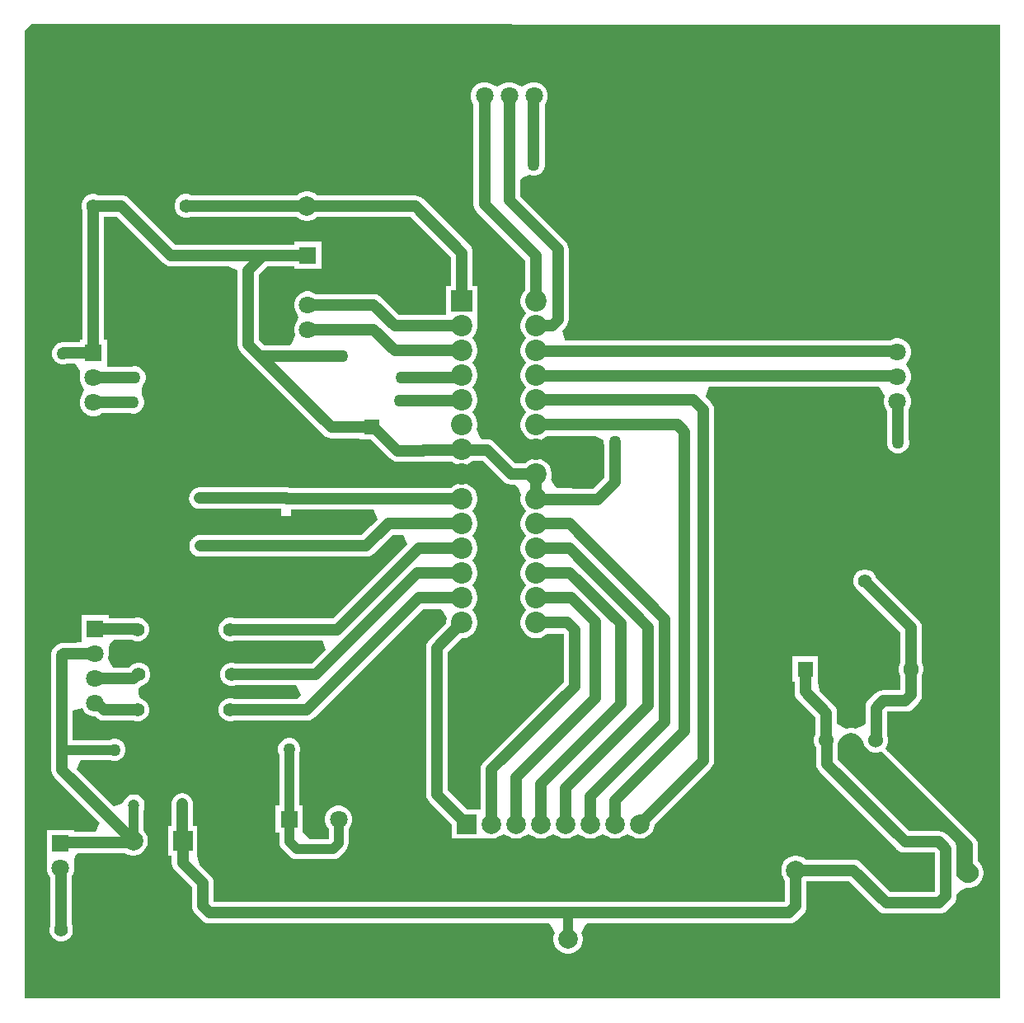
<source format=gtl>
G04*
G04 #@! TF.GenerationSoftware,Altium Limited,Altium Designer,24.7.2 (38)*
G04*
G04 Layer_Physical_Order=1*
G04 Layer_Color=255*
%FSLAX44Y44*%
%MOMM*%
G71*
G04*
G04 #@! TF.SameCoordinates,1EDC3C93-3594-418F-BBEB-7D1DC09533BD*
G04*
G04*
G04 #@! TF.FilePolarity,Positive*
G04*
G01*
G75*
%ADD27C,1.6000*%
%ADD28R,1.6000X1.6000*%
%ADD31C,1.0000*%
%ADD32C,1.2000*%
%ADD33C,1.5240*%
%ADD34C,2.2000*%
%ADD35C,2.0000*%
%ADD36C,1.4000*%
%ADD37C,1.8000*%
%ADD38R,1.8000X1.8000*%
%ADD39R,2.2000X2.2000*%
%ADD40C,1.2000*%
%ADD41R,1.2000X1.2000*%
%ADD42C,1.2000*%
%ADD43R,2.0000X2.0000*%
%ADD44R,1.8000X1.8000*%
%ADD45R,1.2000X1.2000*%
%ADD46R,1.5240X1.5240*%
%ADD47R,1.2000X1.2000*%
%ADD48C,1.2700*%
G36*
X1002030Y1000506D02*
Y0D01*
X0D01*
Y993688D01*
X7072Y1000758D01*
X1002030Y1000506D01*
D02*
G37*
%LPC*%
G36*
X525083Y941100D02*
X521397D01*
X517836Y940146D01*
X514644Y938303D01*
X510540Y936393D01*
X506436Y938303D01*
X503244Y940146D01*
X499683Y941100D01*
X495997D01*
X492436Y940146D01*
X489244Y938303D01*
X485140Y936393D01*
X481036Y938303D01*
X477844Y940146D01*
X474283Y941100D01*
X470597D01*
X467036Y940146D01*
X463844Y938303D01*
X461237Y935696D01*
X459394Y932504D01*
X458440Y928943D01*
Y925257D01*
X459394Y921696D01*
X461237Y918504D01*
X461345Y918396D01*
Y815948D01*
X461723Y813076D01*
X462831Y810400D01*
X464595Y808102D01*
X514431Y758266D01*
Y727812D01*
X513098Y726479D01*
X511347Y723859D01*
X510141Y720947D01*
X509526Y717856D01*
Y714704D01*
X510141Y711613D01*
X511347Y708701D01*
X513098Y706081D01*
X515108Y703580D01*
X513098Y701079D01*
X511347Y698459D01*
X510141Y695547D01*
X509526Y692456D01*
Y689304D01*
X510141Y686213D01*
X511347Y683301D01*
X513098Y680681D01*
X515108Y678180D01*
X513098Y675679D01*
X511347Y673059D01*
X510141Y670147D01*
X509526Y667056D01*
Y663904D01*
X510141Y660813D01*
X511347Y657901D01*
X513098Y655281D01*
X515108Y652780D01*
X513098Y650279D01*
X511347Y647659D01*
X510141Y644747D01*
X509526Y641656D01*
Y638504D01*
X510141Y635413D01*
X511347Y632501D01*
X513098Y629881D01*
X515108Y627380D01*
X513098Y624879D01*
X511347Y622259D01*
X510141Y619347D01*
X509526Y616256D01*
Y613104D01*
X510141Y610013D01*
X511347Y607101D01*
X513098Y604481D01*
X515108Y601980D01*
X513098Y599479D01*
X511347Y596859D01*
X510141Y593947D01*
X509526Y590856D01*
Y587704D01*
X510141Y584613D01*
X511347Y581701D01*
X513098Y579081D01*
X515327Y576852D01*
X517947Y575101D01*
X520859Y573895D01*
X523950Y573280D01*
X527102D01*
X530193Y573895D01*
X533105Y575101D01*
X535725Y576852D01*
X537058Y578185D01*
X585871D01*
X594948Y573424D01*
Y570436D01*
X595203Y569484D01*
Y534948D01*
X583794Y523538D01*
X564910D01*
X564593Y523670D01*
X561721Y524048D01*
X547153D01*
X544814Y526200D01*
X540915Y533806D01*
X540958Y534048D01*
X541526Y536904D01*
Y540056D01*
X540911Y543147D01*
X539705Y546059D01*
X537954Y548679D01*
X535725Y550908D01*
X533105Y552659D01*
X530193Y553865D01*
X527102Y554480D01*
X523950D01*
X520859Y553865D01*
X517947Y552659D01*
X515327Y550908D01*
X514594Y550175D01*
X504122D01*
X483171Y571125D01*
X480873Y572888D01*
X478198Y573997D01*
X475326Y574375D01*
X470637D01*
X467981Y577104D01*
X464613Y584375D01*
X464711Y584613D01*
X465326Y587704D01*
Y590856D01*
X464711Y593947D01*
X463505Y596859D01*
X461754Y599479D01*
X459744Y601980D01*
X461754Y604481D01*
X463505Y607101D01*
X464711Y610013D01*
X465326Y613104D01*
Y616256D01*
X464711Y619347D01*
X463505Y622259D01*
X461754Y624879D01*
X459744Y627380D01*
X461754Y629881D01*
X463505Y632501D01*
X464711Y635413D01*
X465326Y638504D01*
Y641656D01*
X464711Y644747D01*
X463505Y647659D01*
X461754Y650279D01*
X459744Y652780D01*
X461754Y655281D01*
X463505Y657901D01*
X464711Y660813D01*
X465326Y663904D01*
Y667056D01*
X464711Y670147D01*
X463505Y673059D01*
X461754Y675679D01*
X459744Y678180D01*
X461754Y680681D01*
X463505Y683301D01*
X464711Y686213D01*
X465326Y689304D01*
X465326Y700280D01*
X465326D01*
Y732280D01*
X460421D01*
Y766064D01*
X460043Y768936D01*
X458935Y771611D01*
X457171Y773909D01*
X409381Y821699D01*
X407084Y823463D01*
X404408Y824571D01*
X401536Y824949D01*
X300440D01*
X299884Y825505D01*
X297427Y827147D01*
X294697Y828278D01*
X291799Y828854D01*
X288845D01*
X285947Y828278D01*
X283217Y827147D01*
X280760Y825505D01*
X280439Y825184D01*
X171302D01*
X170744Y825506D01*
X167692Y826324D01*
X164532D01*
X161480Y825506D01*
X158744Y823926D01*
X156510Y821692D01*
X154930Y818956D01*
X154112Y815904D01*
Y812744D01*
X154930Y809692D01*
X156510Y806956D01*
X158744Y804722D01*
X161480Y803142D01*
X164532Y802324D01*
X167692D01*
X170193Y802994D01*
X279969D01*
X280760Y802203D01*
X283217Y800561D01*
X285947Y799430D01*
X288845Y798854D01*
X291799D01*
X294697Y799430D01*
X297427Y800561D01*
X299884Y802203D01*
X300440Y802759D01*
X396940D01*
X438231Y761468D01*
Y732280D01*
X433326D01*
Y701975D01*
X384927D01*
X366587Y720315D01*
X364289Y722078D01*
X361613Y723187D01*
X358742Y723565D01*
X299534D01*
X299426Y723673D01*
X296234Y725516D01*
X292673Y726470D01*
X288987D01*
X285426Y725516D01*
X282234Y723673D01*
X279627Y721066D01*
X277784Y717874D01*
X276830Y714313D01*
Y710627D01*
X277784Y707066D01*
X279627Y703874D01*
X281537Y699770D01*
X279627Y695666D01*
X277784Y692474D01*
X276830Y688913D01*
Y685227D01*
X277784Y681666D01*
X278030Y681241D01*
X274768Y673387D01*
X272718Y671241D01*
X246404D01*
X241219Y676426D01*
Y743688D01*
X249706Y752175D01*
X276830D01*
Y749270D01*
X304830D01*
Y777270D01*
X276830D01*
Y774365D01*
X154964D01*
X107159Y822169D01*
X104861Y823932D01*
X102186Y825041D01*
X99314Y825419D01*
X75395D01*
X75244Y825506D01*
X72192Y826324D01*
X69032D01*
X65980Y825506D01*
X63244Y823926D01*
X61010Y821692D01*
X59430Y818956D01*
X58612Y815904D01*
Y812744D01*
X59430Y809692D01*
X59771Y809101D01*
Y677194D01*
X56866D01*
Y674289D01*
X40321D01*
X38400Y674036D01*
X38130D01*
X37868Y673966D01*
X37450Y673911D01*
X37060Y673749D01*
X35243Y673262D01*
X32655Y671768D01*
X30542Y669655D01*
X29048Y667067D01*
X28274Y664180D01*
Y661192D01*
X29048Y658305D01*
X30542Y655717D01*
X32655Y653604D01*
X35243Y652110D01*
X38130Y651336D01*
X41118D01*
X43966Y652099D01*
X51927D01*
X56866Y644639D01*
Y635951D01*
X57820Y632390D01*
X61512Y625094D01*
X57820Y617798D01*
X56866Y614237D01*
Y610551D01*
X57820Y606990D01*
X59663Y603798D01*
X62270Y601191D01*
X65462Y599348D01*
X69023Y598394D01*
X72709D01*
X76270Y599348D01*
X79462Y601191D01*
X79570Y601299D01*
X109060D01*
X110012Y601044D01*
X113000D01*
X115887Y601818D01*
X118475Y603312D01*
X120588Y605425D01*
X122083Y608013D01*
X122856Y610900D01*
Y613888D01*
X122083Y616775D01*
X121028Y618602D01*
X120565Y619736D01*
X120178Y626050D01*
X122014Y630980D01*
X122112Y631079D01*
X123607Y633667D01*
X124380Y636554D01*
Y639542D01*
X123607Y642429D01*
X122112Y645017D01*
X119999Y647130D01*
X117411Y648624D01*
X114524Y649398D01*
X111536D01*
X110110Y649016D01*
X94792D01*
X84866Y649194D01*
Y677194D01*
X81961D01*
Y803229D01*
X94718D01*
X142523Y755425D01*
X144820Y753661D01*
X147496Y752553D01*
X150368Y752175D01*
X209455D01*
X219029Y748284D01*
Y671830D01*
X219407Y668958D01*
X220515Y666283D01*
X222279Y663985D01*
X235741Y650523D01*
X307407Y578857D01*
X309704Y577094D01*
X312380Y575985D01*
X315252Y575607D01*
X344250D01*
Y574082D01*
X356085D01*
X375403Y554765D01*
X377701Y553002D01*
X380376Y551893D01*
X383248Y551515D01*
X409702D01*
X410423Y551610D01*
X411150D01*
X411852Y551798D01*
X412574Y551893D01*
X412585Y551898D01*
X438681D01*
X439127Y551452D01*
X441747Y549701D01*
X444659Y548495D01*
X447750Y547880D01*
X450902D01*
X453993Y548495D01*
X456905Y549701D01*
X459525Y551452D01*
X460258Y552185D01*
X470730D01*
X491681Y531235D01*
X493979Y529472D01*
X496654Y528363D01*
X499526Y527985D01*
X504215D01*
X506871Y525257D01*
X510239Y517985D01*
X510141Y517747D01*
X509526Y514656D01*
Y511504D01*
X510141Y508413D01*
X511347Y505501D01*
X513098Y502881D01*
X515108Y500380D01*
X513098Y497879D01*
X511347Y495259D01*
X510141Y492347D01*
X509526Y489256D01*
Y486104D01*
X510141Y483013D01*
X511347Y480101D01*
X513098Y477481D01*
X515108Y474980D01*
X513098Y472479D01*
X511347Y469859D01*
X510141Y466947D01*
X509526Y463856D01*
Y460704D01*
X510141Y457613D01*
X511347Y454701D01*
X513098Y452081D01*
X515108Y449580D01*
X513098Y447079D01*
X511347Y444459D01*
X510141Y441547D01*
X509526Y438456D01*
Y435304D01*
X510141Y432213D01*
X511347Y429301D01*
X513098Y426681D01*
X515108Y424180D01*
X513098Y421679D01*
X511347Y419059D01*
X510141Y416147D01*
X509526Y413056D01*
Y409904D01*
X510141Y406813D01*
X511347Y403901D01*
X513098Y401281D01*
X515108Y398780D01*
X513098Y396279D01*
X511347Y393659D01*
X510141Y390747D01*
X509526Y387656D01*
Y384504D01*
X510141Y381413D01*
X511347Y378501D01*
X513098Y375881D01*
X515327Y373652D01*
X517947Y371901D01*
X520859Y370695D01*
X523950Y370080D01*
X527102D01*
X530193Y370695D01*
X533105Y371901D01*
X535725Y373652D01*
X537058Y374985D01*
X553271D01*
X553801Y374455D01*
Y325398D01*
X471707Y243303D01*
X469944Y241005D01*
X468835Y238330D01*
X468457Y235458D01*
Y194324D01*
X454842D01*
X434767Y214400D01*
Y355830D01*
X449017Y370080D01*
X450902D01*
X453993Y370695D01*
X456905Y371901D01*
X459525Y373652D01*
X461754Y375881D01*
X463505Y378501D01*
X464711Y381413D01*
X465326Y384504D01*
Y387656D01*
X464711Y390747D01*
X463505Y393659D01*
X461754Y396279D01*
X459744Y398780D01*
X461754Y401281D01*
X463505Y403901D01*
X464711Y406813D01*
X465326Y409904D01*
Y413056D01*
X464711Y416147D01*
X463505Y419059D01*
X461754Y421679D01*
X459744Y424180D01*
X461754Y426681D01*
X463505Y429301D01*
X464711Y432213D01*
X465326Y435304D01*
Y438456D01*
X464711Y441547D01*
X463505Y444459D01*
X461754Y447079D01*
X459744Y449580D01*
X461754Y452081D01*
X463505Y454701D01*
X464711Y457613D01*
X465326Y460704D01*
Y463856D01*
X464711Y466947D01*
X463505Y469859D01*
X461754Y472479D01*
X459744Y474980D01*
X461754Y477481D01*
X463505Y480101D01*
X464711Y483013D01*
X465326Y486104D01*
Y489256D01*
X464711Y492347D01*
X463505Y495259D01*
X461754Y497879D01*
X459744Y500380D01*
X461754Y502881D01*
X463505Y505501D01*
X464711Y508413D01*
X465326Y511504D01*
Y514656D01*
X464711Y517747D01*
X463505Y520659D01*
X461754Y523279D01*
X459525Y525508D01*
X456905Y527259D01*
X453993Y528465D01*
X450902Y529080D01*
X447750D01*
X444659Y528465D01*
X441747Y527259D01*
X439127Y525508D01*
X438405Y524786D01*
X271884D01*
X271847Y524802D01*
X271066Y524905D01*
X270434Y525074D01*
X269779D01*
X268975Y525180D01*
X180245D01*
X180162Y525191D01*
X179441Y525096D01*
X178714D01*
X178011Y524908D01*
X177290Y524813D01*
X176618Y524534D01*
X175916Y524346D01*
X175286Y523983D01*
X174615Y523704D01*
X174038Y523262D01*
X173408Y522898D01*
X172894Y522384D01*
X172317Y521941D01*
X171874Y521364D01*
X171360Y520850D01*
X170996Y520220D01*
X170553Y519643D01*
X170275Y518972D01*
X169912Y518342D01*
X169723Y517640D01*
X169445Y516968D01*
X169350Y516246D01*
X169162Y515544D01*
Y514817D01*
X169067Y514096D01*
X169162Y513375D01*
Y512648D01*
X169350Y511945D01*
X169445Y511224D01*
X169723Y510552D01*
X169912Y509850D01*
X170275Y509220D01*
X170553Y508549D01*
X170996Y507972D01*
X171360Y507342D01*
X171874Y506828D01*
X172317Y506251D01*
X172328Y506240D01*
X172905Y505797D01*
X173408Y505294D01*
X174024Y504938D01*
X174625Y504477D01*
X175326Y504186D01*
X175916Y503846D01*
X176575Y503669D01*
X177301Y503368D01*
X178081Y503265D01*
X178714Y503096D01*
X179368D01*
X180173Y502990D01*
X263986D01*
Y495634D01*
X273986D01*
Y502597D01*
X358718D01*
X362860Y492596D01*
X355821Y485558D01*
X355257Y485125D01*
X346174Y476042D01*
X279986D01*
Y476074D01*
X269707D01*
X268986Y476169D01*
X180594D01*
X177722Y475791D01*
X175047Y474683D01*
X173904Y473806D01*
X173586Y473622D01*
X173326Y473362D01*
X172749Y472919D01*
X172306Y472342D01*
X171538Y471574D01*
X170995Y470633D01*
X170986Y470621D01*
X170980Y470608D01*
X170090Y469066D01*
X169340Y466268D01*
Y463372D01*
X170090Y460574D01*
X171538Y458066D01*
X173586Y456018D01*
X176094Y454570D01*
X178892Y453820D01*
X181788D01*
X182382Y453979D01*
X267894D01*
X268859Y453852D01*
X350770D01*
X353641Y454230D01*
X356317Y455339D01*
X358615Y457102D01*
X370515Y469002D01*
X371079Y469435D01*
X378230Y476585D01*
X389183D01*
X393325Y466585D01*
X317057Y390317D01*
X216361D01*
X216210Y390404D01*
X213158Y391222D01*
X209998D01*
X206946Y390404D01*
X204210Y388824D01*
X201976Y386590D01*
X200396Y383854D01*
X199578Y380802D01*
Y377642D01*
X200396Y374590D01*
X201976Y371854D01*
X204210Y369620D01*
X206946Y368040D01*
X209998Y367222D01*
X213158D01*
X216210Y368040D01*
X216361Y368127D01*
X305843D01*
X309670Y358888D01*
X294870Y344089D01*
X217631D01*
X217480Y344176D01*
X214428Y344994D01*
X211268D01*
X208216Y344176D01*
X205480Y342596D01*
X203246Y340362D01*
X201666Y337626D01*
X200848Y334574D01*
Y331414D01*
X201666Y328362D01*
X203246Y325626D01*
X205480Y323392D01*
X208216Y321812D01*
X211268Y320994D01*
X214428D01*
X217480Y321812D01*
X217631Y321899D01*
X279018D01*
X284021Y311899D01*
X280925Y307767D01*
X216361D01*
X216210Y307854D01*
X213158Y308672D01*
X209998D01*
X206946Y307854D01*
X204210Y306274D01*
X201976Y304040D01*
X200396Y301304D01*
X199578Y298252D01*
Y295092D01*
X200396Y292040D01*
X201976Y289304D01*
X204210Y287070D01*
X206946Y285490D01*
X209998Y284672D01*
X213158D01*
X216210Y285490D01*
X216361Y285577D01*
X290322D01*
X293194Y285955D01*
X295870Y287064D01*
X298167Y288827D01*
X409726Y400385D01*
X427614D01*
X429890Y398353D01*
X433917Y390793D01*
X433869Y390385D01*
X433326Y387656D01*
Y385771D01*
X415827Y368271D01*
X414063Y365974D01*
X412955Y363298D01*
X412577Y360426D01*
Y209804D01*
X412955Y206932D01*
X414063Y204256D01*
X415827Y201959D01*
X439152Y178633D01*
Y164324D01*
X469152D01*
X469152Y164324D01*
X481029Y164324D01*
X483927Y164900D01*
X486657Y166031D01*
X492252Y169173D01*
X497847Y166031D01*
X500577Y164900D01*
X503475Y164324D01*
X506429D01*
X509327Y164900D01*
X512057Y166031D01*
X517652Y169173D01*
X523247Y166031D01*
X525977Y164900D01*
X528875Y164324D01*
X531829D01*
X534727Y164900D01*
X537457Y166031D01*
X543052Y169173D01*
X548647Y166031D01*
X551377Y164900D01*
X554275Y164324D01*
X557229D01*
X560127Y164900D01*
X562857Y166031D01*
X568452Y169173D01*
X574047Y166031D01*
X576777Y164900D01*
X579675Y164324D01*
X582629D01*
X585527Y164900D01*
X588257Y166031D01*
X593852Y169173D01*
X599447Y166031D01*
X602177Y164900D01*
X605075Y164324D01*
X608029D01*
X610927Y164900D01*
X613657Y166031D01*
X619252Y169173D01*
X624847Y166031D01*
X627577Y164900D01*
X630475Y164324D01*
X633429D01*
X636327Y164900D01*
X639057Y166031D01*
X641514Y167673D01*
X643603Y169762D01*
X645245Y172219D01*
X646376Y174949D01*
X646952Y177847D01*
Y178633D01*
X705089Y236771D01*
X706852Y239069D01*
X707961Y241744D01*
X708339Y244616D01*
Y604744D01*
X707961Y607616D01*
X706852Y610292D01*
X705089Y612589D01*
X699329Y618350D01*
X703471Y628350D01*
X877791D01*
X878645Y627616D01*
X883289Y618873D01*
X883196Y618350D01*
X882366Y615253D01*
Y611567D01*
X883320Y608006D01*
X885163Y604814D01*
X885652Y604325D01*
Y571627D01*
X885778Y570671D01*
Y569752D01*
X886016Y568864D01*
X886030Y568755D01*
X886072Y568654D01*
X886552Y566865D01*
X888046Y564277D01*
X890159Y562164D01*
X892747Y560670D01*
X895634Y559896D01*
X898622D01*
X901509Y560670D01*
X904097Y562164D01*
X906210Y564277D01*
X907704Y566865D01*
X908478Y569752D01*
Y572740D01*
X907842Y575114D01*
Y605287D01*
X909412Y608006D01*
X910366Y611567D01*
Y615253D01*
X909412Y618814D01*
X907569Y622006D01*
X905659Y626110D01*
X907569Y630214D01*
X909412Y633406D01*
X910366Y636967D01*
Y640653D01*
X909412Y644214D01*
X907569Y647406D01*
X905659Y651510D01*
X907569Y655614D01*
X909412Y658806D01*
X910366Y662367D01*
Y666053D01*
X909412Y669614D01*
X907569Y672806D01*
X904962Y675413D01*
X901770Y677256D01*
X898209Y678210D01*
X894523D01*
X890962Y677256D01*
X888683Y675940D01*
X556144D01*
X555311Y676949D01*
X552263Y685940D01*
X555723Y689401D01*
X557486Y691698D01*
X558595Y694374D01*
X558973Y697246D01*
Y769620D01*
X558595Y772492D01*
X557486Y775167D01*
X555723Y777465D01*
X508935Y824254D01*
Y840346D01*
X511010Y842414D01*
X518605Y845911D01*
X521492Y845138D01*
X524480D01*
X527367Y845911D01*
X529955Y847406D01*
X532068Y849519D01*
X533563Y852107D01*
X534336Y854994D01*
Y857982D01*
X534208Y858460D01*
Y918269D01*
X534443Y918504D01*
X536286Y921696D01*
X537240Y925257D01*
Y928943D01*
X536286Y932504D01*
X534443Y935696D01*
X531836Y938303D01*
X528644Y940146D01*
X525083Y941100D01*
D02*
G37*
G36*
X86390Y393730D02*
X58390D01*
Y365730D01*
X48516Y365425D01*
X40101D01*
X37229Y365047D01*
X34553Y363938D01*
X32713Y362527D01*
X31608Y361888D01*
X29494Y359775D01*
X28000Y357187D01*
X27227Y354300D01*
Y351312D01*
X27482Y350360D01*
Y256540D01*
Y235235D01*
X27860Y232364D01*
X28968Y229688D01*
X30731Y227390D01*
X77133Y180989D01*
X73306Y171750D01*
X51084D01*
Y173258D01*
X23084D01*
Y145258D01*
X23084D01*
X23084Y135701D01*
X23084Y135258D01*
Y132015D01*
X24038Y128454D01*
X25881Y125262D01*
X26372Y124771D01*
Y74394D01*
X25850Y72446D01*
Y69286D01*
X26668Y66234D01*
X28248Y63498D01*
X30482Y61264D01*
X33218Y59684D01*
X36270Y58866D01*
X39430D01*
X42482Y59684D01*
X45218Y61264D01*
X47452Y63498D01*
X49032Y66234D01*
X49850Y69286D01*
Y72446D01*
X49032Y75498D01*
X48562Y76312D01*
Y125738D01*
X50130Y128454D01*
X51084Y132015D01*
X51084Y143195D01*
X53105Y147320D01*
X55323Y149560D01*
X103456D01*
X104655Y148759D01*
X107385Y147628D01*
X110283Y147052D01*
X113237D01*
X116135Y147628D01*
X118865Y148759D01*
X121322Y150401D01*
X123411Y152490D01*
X125053Y154947D01*
X126184Y157677D01*
X126760Y160575D01*
Y163529D01*
X126184Y166427D01*
X125053Y169157D01*
X123411Y171614D01*
X122227Y172798D01*
Y193692D01*
X122772Y194636D01*
X123522Y197434D01*
Y200330D01*
X122772Y203128D01*
X121324Y205636D01*
X119276Y207684D01*
X116768Y209132D01*
X113970Y209882D01*
X111074D01*
X108276Y209132D01*
X105768Y207684D01*
X103720Y205636D01*
X102272Y203128D01*
X101901Y201744D01*
X97425Y199367D01*
X91522Y197980D01*
X54065Y235438D01*
X58207Y245438D01*
X87226D01*
X88075Y244947D01*
X90962Y244174D01*
X93950D01*
X96837Y244947D01*
X99425Y246442D01*
X101538Y248555D01*
X103033Y251143D01*
X103806Y254030D01*
Y257018D01*
X103033Y259905D01*
X101538Y262493D01*
X99425Y264606D01*
X96837Y266101D01*
X93950Y266874D01*
X90962D01*
X88075Y266101D01*
X87226Y265610D01*
X49672D01*
Y295588D01*
X59344Y298126D01*
X61187Y294934D01*
X63794Y292327D01*
X66986Y290484D01*
X70547Y289530D01*
X72864D01*
X73568Y288827D01*
X75865Y287064D01*
X78541Y285955D01*
X81413Y285577D01*
X111295D01*
X111446Y285490D01*
X114498Y284672D01*
X117658D01*
X120710Y285490D01*
X123446Y287070D01*
X125680Y289304D01*
X127260Y292040D01*
X128078Y295092D01*
Y298252D01*
X127260Y301304D01*
X125680Y304040D01*
X123446Y306274D01*
X120956Y307712D01*
X120710Y307854D01*
X120710D01*
X118674Y308400D01*
X117493Y312780D01*
X117250Y318846D01*
X117749Y319321D01*
X117749D01*
X120047Y321085D01*
X120333Y321370D01*
X121980Y321812D01*
X124716Y323392D01*
X126950Y325626D01*
X128530Y328362D01*
X129348Y331414D01*
Y334574D01*
X128530Y337626D01*
X126950Y340362D01*
X124716Y342596D01*
X121980Y344176D01*
X118928Y344994D01*
X115768D01*
X112716Y344176D01*
X109980Y342596D01*
X107746Y340362D01*
X107551Y340025D01*
X91329D01*
X86514Y347297D01*
X85730Y350025D01*
X86390Y352487D01*
Y360027D01*
X87929Y363198D01*
X91660Y368381D01*
X110855D01*
X111446Y368040D01*
X114498Y367222D01*
X117658D01*
X120710Y368040D01*
X123446Y369620D01*
X125680Y371854D01*
X127260Y374590D01*
X128078Y377642D01*
Y380802D01*
X127260Y383854D01*
X125680Y386590D01*
X123446Y388824D01*
X120710Y390404D01*
X117658Y391222D01*
X114498D01*
X112068Y390571D01*
X86390D01*
Y393730D01*
D02*
G37*
G36*
X864668Y441006D02*
X861508D01*
X858456Y440188D01*
X855720Y438608D01*
X853486Y436374D01*
X851906Y433638D01*
X851088Y430586D01*
Y427426D01*
X851906Y424374D01*
X853486Y421638D01*
X855720Y419404D01*
X857955Y418113D01*
X899519Y376549D01*
Y345365D01*
X898500Y343600D01*
X897614Y340294D01*
Y336870D01*
X898500Y333564D01*
X899519Y331799D01*
Y316911D01*
X881734D01*
X878862Y316533D01*
X876186Y315424D01*
X873888Y313661D01*
X866859Y306632D01*
X865096Y304334D01*
X863987Y301658D01*
X863609Y298787D01*
Y282378D01*
X861784Y280524D01*
X853739Y276936D01*
X850529Y277796D01*
X847206D01*
X844563Y277088D01*
X843848Y277014D01*
X835679Y281318D01*
X834563Y282559D01*
Y293624D01*
X834185Y296496D01*
X833076Y299172D01*
X831313Y301469D01*
X816513Y316269D01*
X814854Y325582D01*
X814854D01*
Y351582D01*
X788854D01*
Y325582D01*
X790759D01*
Y315238D01*
X791137Y312366D01*
X792245Y309691D01*
X794009Y307393D01*
X812373Y289028D01*
Y271199D01*
X811708Y270047D01*
X810848Y266838D01*
Y263514D01*
X811708Y260305D01*
X812993Y258079D01*
Y241188D01*
X813371Y238316D01*
X814480Y235641D01*
X816243Y233343D01*
X896395Y153191D01*
X898692Y151427D01*
X901368Y150319D01*
X904240Y149941D01*
X934779D01*
X935309Y149411D01*
Y109923D01*
X934779Y109393D01*
X889342D01*
X859063Y139671D01*
X856766Y141434D01*
X854090Y142543D01*
X851218Y142921D01*
X802306D01*
X801750Y143477D01*
X799293Y145119D01*
X796563Y146250D01*
X793665Y146826D01*
X790711D01*
X787813Y146250D01*
X785083Y145119D01*
X782626Y143477D01*
X780537Y141388D01*
X778895Y138931D01*
X777765Y136201D01*
X777188Y133303D01*
Y130349D01*
X777765Y127451D01*
X778895Y124721D01*
X780537Y122264D01*
X781093Y121708D01*
Y99763D01*
X780563Y99233D01*
X194759D01*
X194229Y99763D01*
Y118872D01*
X193851Y121744D01*
X192743Y124419D01*
X190979Y126717D01*
X179741Y137956D01*
X177560Y147052D01*
X177560D01*
Y177052D01*
X173147D01*
Y199822D01*
X173052Y200543D01*
Y201270D01*
X172864Y201973D01*
X172769Y202694D01*
X172491Y203365D01*
X172302Y204068D01*
X171939Y204698D01*
X171660Y205369D01*
X171218Y205947D01*
X170854Y206576D01*
X170340Y207090D01*
X169897Y207667D01*
X169320Y208110D01*
X168806Y208624D01*
X168176Y208988D01*
X167600Y209431D01*
X166928Y209709D01*
X166298Y210072D01*
X165595Y210261D01*
X164924Y210539D01*
X164203Y210634D01*
X163500Y210822D01*
X162773D01*
X162052Y210917D01*
X161331Y210822D01*
X160604D01*
X159901Y210634D01*
X159180Y210539D01*
X158509Y210261D01*
X157806Y210072D01*
X157176Y209709D01*
X156504Y209431D01*
X155928Y208988D01*
X155298Y208624D01*
X154784Y208110D01*
X154207Y207667D01*
X153764Y207090D01*
X153250Y206576D01*
X152886Y205947D01*
X152444Y205369D01*
X152165Y204698D01*
X151802Y204068D01*
X151613Y203365D01*
X151335Y202694D01*
X151240Y201973D01*
X151052Y201270D01*
Y200543D01*
X150957Y199822D01*
Y177052D01*
X147560D01*
Y147052D01*
X151465D01*
Y139446D01*
X151843Y136574D01*
X152951Y133899D01*
X154715Y131601D01*
X172039Y114276D01*
Y95168D01*
X172417Y92296D01*
X173526Y89620D01*
X175289Y87322D01*
X182318Y80293D01*
X184616Y78530D01*
X187292Y77421D01*
X190163Y77043D01*
X539237D01*
X539575Y76757D01*
X542504Y72200D01*
X544471Y67043D01*
X543868Y65589D01*
X543292Y62691D01*
Y59737D01*
X543868Y56839D01*
X544999Y54109D01*
X546641Y51652D01*
X548730Y49563D01*
X551187Y47921D01*
X553917Y46790D01*
X556815Y46214D01*
X559769D01*
X562667Y46790D01*
X565397Y47921D01*
X567854Y49563D01*
X569943Y51652D01*
X571585Y54109D01*
X572715Y56839D01*
X573292Y59737D01*
Y62691D01*
X572715Y65589D01*
X572113Y67043D01*
X574080Y72200D01*
X577009Y76757D01*
X577347Y77043D01*
X785159D01*
X788030Y77421D01*
X790706Y78530D01*
X793004Y80293D01*
X800033Y87322D01*
X801796Y89620D01*
X802905Y92296D01*
X803283Y95168D01*
Y120731D01*
X846622D01*
X876901Y90453D01*
X879199Y88689D01*
X881874Y87581D01*
X884746Y87203D01*
X939375D01*
X942246Y87581D01*
X944922Y88689D01*
X947220Y90453D01*
X954249Y97482D01*
X956012Y99780D01*
X957121Y102456D01*
X957499Y105328D01*
Y107398D01*
X958442Y108849D01*
X960650Y110613D01*
X967499Y114241D01*
X968549Y114032D01*
X971503D01*
X974401Y114608D01*
X977131Y115739D01*
X979588Y117381D01*
X981677Y119470D01*
X983319Y121927D01*
X984449Y124657D01*
X985026Y127555D01*
Y130509D01*
X984449Y133407D01*
X983319Y136137D01*
X981677Y138594D01*
X979588Y140683D01*
X979092Y141014D01*
Y157484D01*
X978748Y160095D01*
X977741Y162527D01*
X976138Y164616D01*
X886066Y254688D01*
X884471Y257258D01*
X886028Y260305D01*
X886888Y263514D01*
Y266838D01*
X886028Y270047D01*
X885799Y270444D01*
Y294191D01*
X886329Y294721D01*
X904756D01*
X907628Y295099D01*
X910304Y296208D01*
X912601Y297971D01*
X918459Y303829D01*
X920222Y306126D01*
X921331Y308802D01*
X921709Y311674D01*
Y331799D01*
X922728Y333564D01*
X923614Y336870D01*
Y340294D01*
X922728Y343600D01*
X921709Y345365D01*
Y381145D01*
X921331Y384016D01*
X920222Y386692D01*
X918459Y388990D01*
X874438Y433011D01*
X874270Y433638D01*
X872690Y436374D01*
X870456Y438608D01*
X867720Y440188D01*
X864668Y441006D01*
D02*
G37*
G36*
X273528Y267636D02*
X270540D01*
X267653Y266863D01*
X265065Y265368D01*
X262952Y263255D01*
X261458Y260667D01*
X260684Y257780D01*
Y254792D01*
X261458Y251905D01*
X261821Y251276D01*
Y198150D01*
X257780D01*
Y170150D01*
X261694D01*
Y161290D01*
X262037Y158680D01*
X263045Y156247D01*
X264648Y154158D01*
X272522Y146284D01*
X274611Y144681D01*
X277043Y143673D01*
X279654Y143330D01*
X316722D01*
X319333Y143673D01*
X321765Y144681D01*
X323854Y146284D01*
X329712Y152142D01*
X331315Y154231D01*
X332323Y156663D01*
X332666Y159274D01*
Y174437D01*
X333783Y175554D01*
X335626Y178746D01*
X336580Y182307D01*
Y185993D01*
X335626Y189554D01*
X333783Y192746D01*
X331176Y195353D01*
X327984Y197196D01*
X324423Y198150D01*
X320737D01*
X317176Y197196D01*
X313984Y195353D01*
X311377Y192746D01*
X309534Y189554D01*
X308580Y185993D01*
Y182307D01*
X309534Y178746D01*
X311377Y175554D01*
X312494Y174437D01*
Y163502D01*
X293026D01*
X285780Y170150D01*
Y198150D01*
X281993D01*
Y250836D01*
X282610Y251905D01*
X283384Y254792D01*
Y257780D01*
X282610Y260667D01*
X281116Y263255D01*
X279003Y265368D01*
X276415Y266863D01*
X273528Y267636D01*
D02*
G37*
%LPD*%
G36*
X852420Y272012D02*
X852677Y271995D01*
X853309Y271870D01*
X855788Y270377D01*
X858599Y268228D01*
X858721Y268122D01*
X861648Y263932D01*
Y263514D01*
X862508Y260305D01*
X864169Y257427D01*
X866519Y255077D01*
X869397Y253416D01*
X872607Y252556D01*
X875929D01*
X879139Y253416D01*
X880403Y254146D01*
X881734Y252000D01*
X882135Y251571D01*
X882461Y251083D01*
X972297Y161248D01*
X973288Y159956D01*
X973782Y158764D01*
X973994Y157150D01*
Y141014D01*
X974092Y140522D01*
Y140020D01*
X974284Y139556D01*
X974382Y139064D01*
X974661Y138646D01*
X974853Y138182D01*
X975209Y137827D01*
X975487Y137410D01*
X975905Y137131D01*
X976260Y136776D01*
X976338Y136723D01*
X977717Y135344D01*
X978801Y133722D01*
X979548Y131920D01*
X979928Y130007D01*
Y128057D01*
X979548Y126144D01*
X978801Y124342D01*
X977717Y122720D01*
X976338Y121341D01*
X974716Y120257D01*
X972914Y119510D01*
X971001Y119130D01*
X969051D01*
X968494Y119241D01*
X967754D01*
X967018Y119316D01*
X966337Y119324D01*
X962545Y121202D01*
X957499Y126029D01*
Y154007D01*
X957121Y156878D01*
X956012Y159554D01*
X954249Y161852D01*
X947220Y168881D01*
X944922Y170644D01*
X942246Y171753D01*
X939375Y172131D01*
X908836D01*
X835406Y245560D01*
Y260969D01*
X836088Y263514D01*
Y264038D01*
X837913Y266907D01*
X839393Y268445D01*
X842106Y270547D01*
X843815Y271600D01*
X845034Y272011D01*
X845085Y272016D01*
X845475Y272137D01*
X845882Y272163D01*
X847878Y272698D01*
X849858D01*
X852420Y272012D01*
D02*
G37*
D27*
X910614Y338582D02*
D03*
D28*
X801854D02*
D03*
D31*
X878934Y247556D02*
X969006Y157484D01*
X849350Y265176D02*
X866970Y247556D01*
X969006Y130052D02*
Y157484D01*
X866970Y247556D02*
X878934D01*
X848868Y265176D02*
X849350D01*
X969006Y130052D02*
X970026Y129032D01*
X558292Y61214D02*
Y88138D01*
X39593Y255524D02*
X92456D01*
X38577Y256540D02*
X39593Y255524D01*
X271907Y184277D02*
Y256159D01*
X271780Y184150D02*
X271907Y184277D01*
Y256159D02*
X272034Y256286D01*
X279654Y153416D02*
X316722D01*
X271780Y161290D02*
X279654Y153416D01*
X322580Y159274D02*
Y184150D01*
X316722Y153416D02*
X322580Y159274D01*
X271780Y161290D02*
Y184150D01*
X112522Y198501D02*
Y198882D01*
X112141Y198120D02*
X112522Y198501D01*
X112141Y162433D02*
Y198120D01*
X111760Y162052D02*
X112141Y162433D01*
D32*
X881734Y305816D02*
X904756D01*
X874704Y298787D02*
X881734Y305816D01*
X874704Y265612D02*
Y298787D01*
X606552Y179324D02*
Y203708D01*
X677672Y274828D01*
X74555Y303530D02*
X81413Y296672D01*
X116078D01*
X72390Y303530D02*
X74555D01*
X116266Y332994D02*
X117348D01*
X72390Y328930D02*
X112202D01*
X116266Y332994D01*
X72390Y379730D02*
X72644Y379476D01*
X115824D02*
X116078Y379222D01*
X72644Y379476D02*
X115824D01*
X290087Y814089D02*
X290322Y813854D01*
X166347Y814089D02*
X290087D01*
X166112Y814324D02*
X166347Y814089D01*
X290322Y813854D02*
X401536D01*
X449326Y716280D02*
Y766064D01*
X401536Y813854D02*
X449326Y766064D01*
X373634Y487680D02*
X449326D01*
X363103Y477280D02*
X363234D01*
X373634Y487680D01*
X180594Y465074D02*
X268986D01*
X268859Y464947D02*
X350770D01*
X363103Y477280D01*
X448715Y513691D02*
X449326Y513080D01*
X269369Y513691D02*
X448715D01*
X268986Y514074D02*
X269369Y513691D01*
X180162Y514096D02*
X180173Y514085D01*
X268975D02*
X268986Y514074D01*
X180173Y514085D02*
X268975D01*
X697244Y244616D02*
Y604744D01*
X631952Y179324D02*
X697244Y244616D01*
X687308Y614680D02*
X697244Y604744D01*
X525526Y614680D02*
X687308D01*
X677672Y274828D02*
Y582251D01*
X581152Y179324D02*
Y207772D01*
X657606Y284226D01*
X525526Y589280D02*
X670642D01*
X677672Y582251D01*
X423672Y209804D02*
X454152Y179324D01*
X423672Y209804D02*
Y360426D01*
X524926Y539080D02*
X525526Y538480D01*
X449326Y563880D02*
X449926Y563280D01*
X499526Y539080D02*
X524926D01*
X475326Y563280D02*
X499526Y539080D01*
X448439Y562993D02*
X449326Y563880D01*
X449926Y563280D02*
X475326D01*
X38577Y256540D02*
Y352806D01*
Y235235D02*
Y256540D01*
X558292Y88138D02*
X785159D01*
X190163D02*
X558292D01*
X358013Y587845D02*
X383248Y562610D01*
X561848Y512826D02*
X562231Y512443D01*
X561721Y512953D02*
X561848Y512826D01*
X162560Y139446D02*
X183134Y118872D01*
X162560Y139446D02*
Y162052D01*
X162052Y162560D02*
Y199822D01*
X183134Y95168D02*
Y118872D01*
Y95168D02*
X190163Y88138D01*
X792188Y95168D02*
Y131826D01*
X785159Y88138D02*
X792188Y95168D01*
X137160Y126238D02*
Y184404D01*
X142240Y189484D01*
Y453720D02*
X153340Y464820D01*
X142240Y189484D02*
Y453720D01*
X38577Y235235D02*
X111760Y162052D01*
X162052Y226822D02*
Y227914D01*
X824088Y241188D02*
Y264556D01*
X904240Y161036D02*
X939375D01*
X824088Y241188D02*
X904240Y161036D01*
X946404Y105328D02*
Y154007D01*
X884746Y98298D02*
X939375D01*
X946404Y105328D01*
X939375Y161036D02*
X946404Y154007D01*
X40321Y663194D02*
X70866D01*
X39813Y662686D02*
X40321Y663194D01*
X39624Y662686D02*
X39813D01*
X321652Y379222D02*
X404710Y462280D01*
X449326D01*
X211578Y379222D02*
X321652D01*
X59050Y588142D02*
X69718D01*
X19304Y627888D02*
Y796544D01*
X69718Y588142D02*
X71995Y585866D01*
X19304Y627888D02*
X59050Y588142D01*
X145796Y802894D02*
X158203Y790487D01*
X145796Y802894D02*
Y863854D01*
X290322D01*
X86614D02*
X145796D01*
X19304Y796544D02*
X86614Y863854D01*
X547878Y697246D02*
Y769620D01*
X497840Y819658D02*
Y927100D01*
Y819658D02*
X547878Y769620D01*
X501142Y579374D02*
X514723Y565793D01*
X501142Y579374D02*
Y753110D01*
X514723Y565793D02*
X523613D01*
X527777Y561629D01*
X606298Y530352D02*
Y571930D01*
X562102Y411480D02*
X586232Y387350D01*
X526034Y437388D02*
X560236D01*
X586232Y308610D02*
Y387350D01*
X504952Y227330D02*
X586232Y308610D01*
X612394Y302260D02*
Y385230D01*
X560236Y437388D02*
X612394Y385230D01*
X564896Y320802D02*
Y379050D01*
X479552Y235458D02*
X564896Y320802D01*
X557867Y386080D02*
X564896Y379050D01*
X525526Y386080D02*
X557867D01*
X823468Y265176D02*
X824088Y264556D01*
X110363Y160655D02*
X111760Y162052D01*
X37084Y159258D02*
X38481Y160655D01*
X110363D01*
X37084Y133858D02*
X37467Y133475D01*
Y71249D02*
X37850Y70866D01*
X37467Y71249D02*
Y133475D01*
X137795Y110236D02*
X153162D01*
X133350Y105791D02*
X137795Y110236D01*
X133350Y70866D02*
Y105791D01*
X851218Y131826D02*
X884746Y98298D01*
X792188Y131826D02*
X851218D01*
X929182Y683210D02*
X940308Y672084D01*
X890524Y520954D02*
X940308Y570738D01*
Y672084D01*
X902766Y683210D02*
X929182D01*
X896366Y689610D02*
X902766Y683210D01*
X627634Y958342D02*
X896366Y689610D01*
X38577Y352806D02*
X40101Y354330D01*
X72390D01*
X243586Y658368D02*
X315252Y586702D01*
X230124Y671830D02*
X243586Y658368D01*
X245364Y660146D02*
X326644D01*
X243586Y658368D02*
X245364Y660146D01*
X522986Y856488D02*
X523113Y856615D01*
Y926973D01*
X523240Y927100D01*
X472440Y815948D02*
Y927100D01*
X290830Y737870D02*
X292361Y736339D01*
X298018D01*
X307071Y735570D02*
X340409Y768907D01*
X298018Y736339D02*
X298787Y735570D01*
X307071D01*
X327113Y790487D02*
X340409Y777191D01*
Y768907D02*
Y777191D01*
X447040Y807212D02*
Y927100D01*
Y807212D02*
X501142Y753110D01*
X525526Y716280D02*
Y762862D01*
X472440Y815948D02*
X525526Y762862D01*
X526034Y691388D02*
X542020D01*
X547878Y697246D01*
X70866Y612394D02*
X111506D01*
X385318Y614172D02*
X385572Y614426D01*
X449072D01*
X449326Y614680D01*
X158203Y790487D02*
X327113D01*
X451040Y937704D02*
X471678Y958342D01*
X447040Y927100D02*
X451040Y931100D01*
Y937704D01*
X471678Y958342D02*
X627634D01*
X527777Y561629D02*
X555990D01*
X561848Y555771D01*
Y539826D02*
Y555771D01*
X525526Y513080D02*
Y538480D01*
X230124Y671830D02*
Y748284D01*
X315252Y586702D02*
X356870D01*
X245110Y763270D02*
X290830D01*
X150368D02*
X245110D01*
X230124Y748284D02*
X245110Y763270D01*
X154162Y515096D02*
X174765Y535699D01*
X355867D02*
X356870Y536702D01*
X174765Y535699D02*
X355867D01*
X361666Y535610D02*
X409702D01*
X133858Y512318D02*
X146455D01*
X147233Y513096D01*
X71995Y574182D02*
X133858Y512318D01*
X71995Y574182D02*
Y585866D01*
X147233Y513096D02*
X152162D01*
X153340Y464820D02*
Y513918D01*
X70993Y637921D02*
X112903D01*
X70866Y637794D02*
X70993Y637921D01*
X112903D02*
X113030Y638048D01*
X387613Y638311D02*
X447557D01*
X387096Y637794D02*
X387613Y638311D01*
X447557D02*
X449326Y640080D01*
X70612Y814324D02*
X99314D01*
X150368Y763270D01*
X380332Y665480D02*
X449326D01*
X290830Y687070D02*
X358742D01*
X380332Y665480D01*
Y690880D02*
X449326D01*
X358742Y712470D02*
X380332Y690880D01*
X290830Y712470D02*
X358742D01*
X767588Y429006D02*
Y487680D01*
X800862Y520954D02*
X890524D01*
X767588Y487680D02*
X800862Y520954D01*
X767588Y176530D02*
Y429006D01*
X70866Y663194D02*
Y814070D01*
X409702Y562610D02*
X410085Y562993D01*
X448439D01*
X383248Y562610D02*
X409702D01*
Y535610D02*
X410702Y536610D01*
X447456D02*
X449326Y538480D01*
X410702Y536610D02*
X447456D01*
X741934Y132080D02*
Y170672D01*
X747792Y176530D01*
X767588D01*
X832358D01*
X879856Y129032D01*
X862920Y428838D02*
X910614Y381145D01*
Y338582D02*
Y381145D01*
X211578Y296672D02*
X290322D01*
X405130Y411480D02*
X449326D01*
X290322Y296672D02*
X405130Y411480D01*
X299466Y332994D02*
X403352Y436880D01*
X449326D01*
X212848Y332994D02*
X299466D01*
X137160Y126238D02*
X153162Y110236D01*
X879856Y129032D02*
X920026D01*
X904756Y305816D02*
X910614Y311674D01*
Y338582D01*
X823468Y265176D02*
Y293624D01*
X801854Y315238D02*
X823468Y293624D01*
X801854Y315238D02*
Y338582D01*
X741934Y132080D02*
X742188Y131826D01*
X423672Y360426D02*
X449326Y386080D01*
X479552Y179324D02*
Y235458D01*
X525526Y411480D02*
X562102D01*
X504952Y179324D02*
Y227330D01*
X525526Y436880D02*
X526034Y437388D01*
X530352Y220218D02*
X612394Y302260D01*
X530352Y179324D02*
Y220218D01*
X559816Y462280D02*
X640334Y381762D01*
X525526Y462280D02*
X559816D01*
X555752Y216154D02*
X640334Y300736D01*
Y381762D01*
X555752Y179324D02*
Y216154D01*
Y179324D02*
X557665Y181237D01*
X657606Y284226D02*
Y389874D01*
X559800Y487680D02*
X657606Y389874D01*
X525526Y462280D02*
X527822Y459984D01*
X562231Y512443D02*
X588389D01*
X525653Y512953D02*
X561721D01*
X525526Y487680D02*
X559800D01*
X525526Y513080D02*
X525653Y512953D01*
X588389Y512443D02*
X606298Y530352D01*
X525526Y640080D02*
X526161Y639445D01*
X895731D02*
X896366Y638810D01*
X526161Y664845D02*
X895731D01*
X526161Y639445D02*
X895731D01*
Y664845D02*
X896366Y664210D01*
X525526Y665480D02*
X526161Y664845D01*
X896366Y613410D02*
X896747Y613029D01*
Y571627D02*
Y613029D01*
Y571627D02*
X897128Y571246D01*
X525526Y690880D02*
X526034Y691388D01*
X290322Y863854D02*
X353568Y927100D01*
X447040D01*
X70612Y814324D02*
X70866Y814070D01*
D33*
X848868Y265176D02*
D03*
X874268D02*
D03*
X823468D02*
D03*
X356870Y536702D02*
D03*
X973836Y26162D02*
D03*
X29210D02*
D03*
X966724Y969518D02*
D03*
X47244Y970788D02*
D03*
D34*
X525526Y614680D02*
D03*
X449326Y487680D02*
D03*
Y513080D02*
D03*
X525526Y716280D02*
D03*
X449326Y690880D02*
D03*
X525526D02*
D03*
X449326Y665480D02*
D03*
X525526D02*
D03*
Y640080D02*
D03*
X449326D02*
D03*
Y614680D02*
D03*
X525526Y589280D02*
D03*
X449326D02*
D03*
Y563880D02*
D03*
X525526D02*
D03*
Y538480D02*
D03*
X449326D02*
D03*
X525526Y513080D02*
D03*
Y487680D02*
D03*
X449326Y386080D02*
D03*
Y411480D02*
D03*
Y436880D02*
D03*
Y462280D02*
D03*
X525526D02*
D03*
Y436880D02*
D03*
Y411480D02*
D03*
Y386080D02*
D03*
D35*
X606552Y179324D02*
D03*
X631952D02*
D03*
X290322Y813854D02*
D03*
X581152Y179324D02*
D03*
X555752D02*
D03*
X530352D02*
D03*
X504952D02*
D03*
X479552D02*
D03*
X558292Y61214D02*
D03*
X111760Y162052D02*
D03*
X137160D02*
D03*
X290322Y863854D02*
D03*
X792188Y131826D02*
D03*
X970026Y129032D02*
D03*
D36*
X116078Y296672D02*
D03*
X117348Y332994D02*
D03*
X116078Y379222D02*
D03*
X166112Y814324D02*
D03*
X211578Y296672D02*
D03*
Y379222D02*
D03*
X212848Y332994D02*
D03*
X133350Y70866D02*
D03*
X37850D02*
D03*
X70612Y814324D02*
D03*
X767588Y429006D02*
D03*
X863088D02*
D03*
D37*
X72390Y303530D02*
D03*
Y328930D02*
D03*
X347980Y184150D02*
D03*
X322580D02*
D03*
X297180D02*
D03*
X72390Y354330D02*
D03*
X70866Y586994D02*
D03*
Y612394D02*
D03*
Y637794D02*
D03*
X37084Y133858D02*
D03*
X896366Y613410D02*
D03*
Y638810D02*
D03*
Y664210D02*
D03*
X290830Y687070D02*
D03*
Y712470D02*
D03*
Y737870D02*
D03*
X523240Y927100D02*
D03*
X497840D02*
D03*
X472440D02*
D03*
D38*
X72390Y379730D02*
D03*
X70866Y663194D02*
D03*
X37084Y159258D02*
D03*
X896366Y689610D02*
D03*
X290830Y763270D02*
D03*
D39*
X449326Y716280D02*
D03*
D40*
X180340Y464820D02*
D03*
X180162Y514096D02*
D03*
X561848Y512826D02*
D03*
X162052Y199822D02*
D03*
X112522Y198882D02*
D03*
X409702Y562610D02*
D03*
D41*
X268986Y465074D02*
D03*
D42*
Y514074D02*
D03*
D43*
X454152Y179324D02*
D03*
X508292Y61214D02*
D03*
X162560Y162052D02*
D03*
X742188Y131826D02*
D03*
X920026Y129032D02*
D03*
D44*
X271780Y184150D02*
D03*
X447040Y927100D02*
D03*
D45*
X561848Y539826D02*
D03*
X162052Y226822D02*
D03*
X112522Y225882D02*
D03*
X409702Y535610D02*
D03*
D46*
X356870Y586702D02*
D03*
D47*
X153340Y464820D02*
D03*
X153162Y514096D02*
D03*
D48*
X92456Y255524D02*
D03*
X272034Y256286D02*
D03*
X39624Y662686D02*
D03*
X606298Y571930D02*
D03*
X38577Y352806D02*
D03*
X326644Y660146D02*
D03*
X522986Y856488D02*
D03*
X111506Y612394D02*
D03*
X385318Y614172D02*
D03*
X113030Y638048D02*
D03*
X387096Y637794D02*
D03*
X897128Y571246D02*
D03*
M02*

</source>
